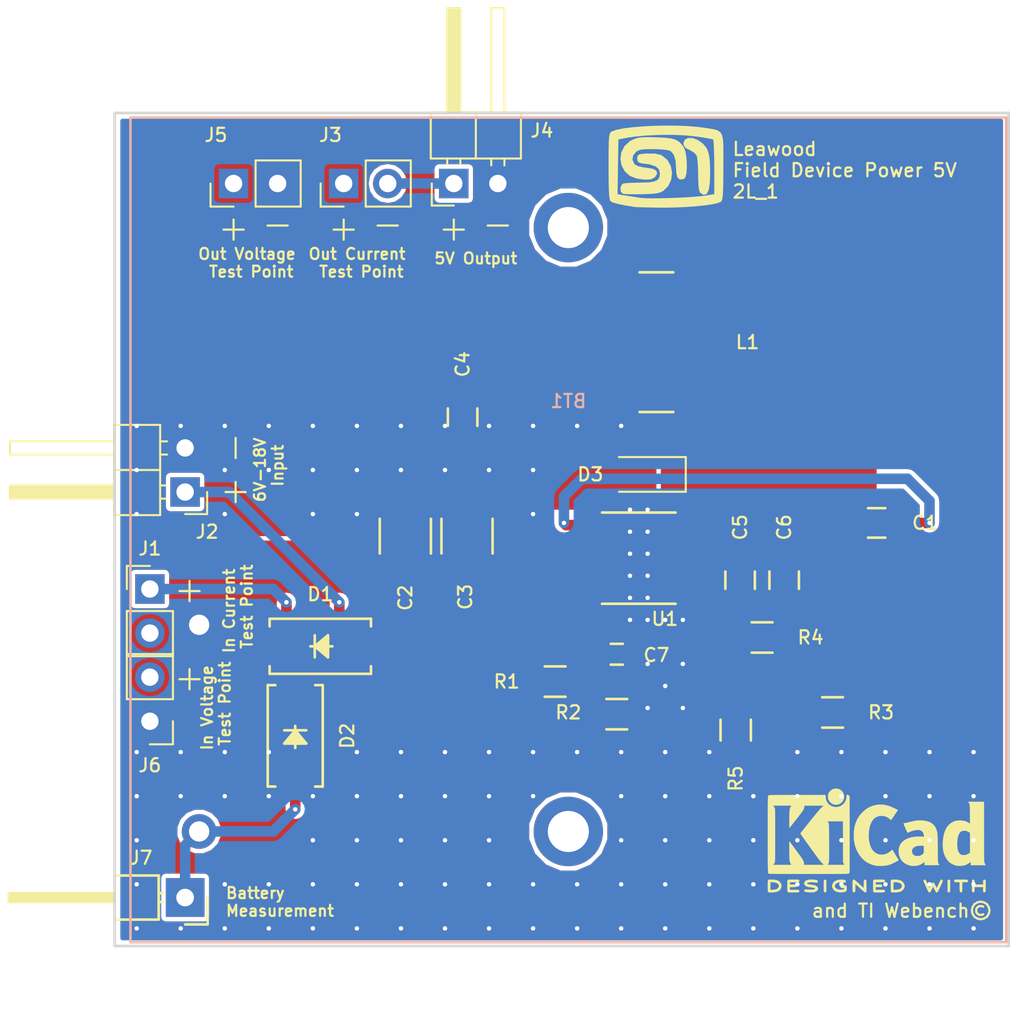
<source format=kicad_pcb>
(kicad_pcb (version 4) (host pcbnew 4.0.7)
  (layers (0 F.Cu signal) (31 B.Cu signal) (34 B.Paste user) (35 F.Paste user) (36 B.SilkS user) (37 F.SilkS user) (38 B.Mask user) (39 F.Mask user) (44 Edge.Cuts user))
  (net 0 "")
  (net 1 GND)
  (net 2 /BATT)
  (net 3 /PH)
  (net 4 /BOOT)
  (net 5 /VIN)
  (net 6 /Vout)
  (net 7 /COMP)
  (net 8 "Net-(C6-Pad1)")
  (net 9 /SS)
  (net 10 /V+)
  (net 11 "Net-(D1-Pad2)")
  (net 12 /EN)
  (net 13 /VSENSE)
  (net 14 /V5+)
  (module FieldDevice_Power_5V:STITCH_VIA (layer F.Cu) (at 95.758 77.216)
    (fp_text reference ST** hide)
    (fp_text value STITCH_VIA hide)
    (pad 1 thru_hole circle (at 0 0) (size 0.508 0.508) (drill 0.254) (layers *.Cu) (net 1 GND))
  )
  (module FieldDevice_Power_5V:STITCH_VIA (layer F.Cu) (at 94.742 78.486)
    (fp_text reference ST** hide)
    (fp_text value STITCH_VIA hide)
    (pad 1 thru_hole circle (at 0 0) (size 0.508 0.508) (drill 0.254) (layers *.Cu) (net 1 GND))
  )
  (module FieldDevice_Power_5V:STITCH_VIA (layer F.Cu) (at 96.774 78.486)
    (fp_text reference ST** hide)
    (fp_text value STITCH_VIA hide)
    (pad 1 thru_hole circle (at 0 0) (size 0.508 0.508) (drill 0.254) (layers *.Cu) (net 1 GND))
  )
  (module FieldDevice_Power_5V:STITCH_VIA (layer F.Cu) (at 96.774 75.946)
    (fp_text reference ST** hide)
    (fp_text value STITCH_VIA hide)
    (pad 1 thru_hole circle (at 0 0) (size 0.508 0.508) (drill 0.254) (layers *.Cu) (net 1 GND))
  )
  (module FieldDevice_Power_5V:STITCH_VIA (layer F.Cu) (at 94.742 75.946)
    (fp_text reference ST** hide)
    (fp_text value STITCH_VIA hide)
    (pad 1 thru_hole circle (at 0 0) (size 0.508 0.508) (drill 0.254) (layers *.Cu) (net 1 GND))
  )
  (module FieldDevice_Power_5V:STITCH_VIA (layer F.Cu) (at 94.742 67.056)
    (fp_text reference ST** hide)
    (fp_text value STITCH_VIA hide)
    (pad 1 thru_hole circle (at 0 0) (size 0.508 0.508) (drill 0.254) (layers *.Cu) (net 1 GND))
  )
  (module FieldDevice_Power_5V:STITCH_VIA (layer F.Cu) (at 93.726 67.056)
    (fp_text reference ST** hide)
    (fp_text value STITCH_VIA hide)
    (pad 1 thru_hole circle (at 0 0) (size 0.508 0.508) (drill 0.254) (layers *.Cu) (net 1 GND))
  )
  (module FieldDevice_Power_5V:STITCH_VIA (layer F.Cu) (at 96.774 73.406)
    (fp_text reference ST** hide)
    (fp_text value STITCH_VIA hide)
    (pad 1 thru_hole circle (at 0 0) (size 0.508 0.508) (drill 0.254) (layers *.Cu) (net 1 GND))
  )
  (module FieldDevice_Power_5V:STITCH_VIA (layer F.Cu) (at 95.758 73.406)
    (fp_text reference ST** hide)
    (fp_text value STITCH_VIA hide)
    (pad 1 thru_hole circle (at 0 0) (size 0.508 0.508) (drill 0.254) (layers *.Cu) (net 1 GND))
  )
  (module FieldDevice_Power_5V:STITCH_VIA (layer F.Cu) (at 94.742 73.406)
    (fp_text reference ST** hide)
    (fp_text value STITCH_VIA hide)
    (pad 1 thru_hole circle (at 0 0) (size 0.508 0.508) (drill 0.254) (layers *.Cu) (net 1 GND))
  )
  (module FieldDevice_Power_5V:STITCH_VIA (layer F.Cu) (at 94.742 72.136)
    (fp_text reference ST** hide)
    (fp_text value STITCH_VIA hide)
    (pad 1 thru_hole circle (at 0 0) (size 0.508 0.508) (drill 0.254) (layers *.Cu) (net 1 GND))
  )
  (module FieldDevice_Power_5V:STITCH_VIA (layer F.Cu) (at 94.742 70.866)
    (fp_text reference ST** hide)
    (fp_text value STITCH_VIA hide)
    (pad 1 thru_hole circle (at 0 0) (size 0.508 0.508) (drill 0.254) (layers *.Cu) (net 1 GND))
  )
  (module FieldDevice_Power_5V:STITCH_VIA (layer F.Cu) (at 94.742 69.596)
    (fp_text reference ST** hide)
    (fp_text value STITCH_VIA hide)
    (pad 1 thru_hole circle (at 0 0) (size 0.508 0.508) (drill 0.254) (layers *.Cu) (net 1 GND))
  )
  (module FieldDevice_Power_5V:STITCH_VIA (layer F.Cu) (at 93.726 73.406)
    (fp_text reference ST** hide)
    (fp_text value STITCH_VIA hide)
    (pad 1 thru_hole circle (at 0 0) (size 0.508 0.508) (drill 0.254) (layers *.Cu) (net 1 GND))
  )
  (module FieldDevice_Power_5V:STITCH_VIA (layer F.Cu) (at 93.726 72.136)
    (fp_text reference ST** hide)
    (fp_text value STITCH_VIA hide)
    (pad 1 thru_hole circle (at 0 0) (size 0.508 0.508) (drill 0.254) (layers *.Cu) (net 1 GND))
  )
  (module FieldDevice_Power_5V:STITCH_VIA (layer F.Cu) (at 93.726 70.866)
    (fp_text reference ST** hide)
    (fp_text value STITCH_VIA hide)
    (pad 1 thru_hole circle (at 0 0) (size 0.508 0.508) (drill 0.254) (layers *.Cu) (net 1 GND))
  )
  (module FieldDevice_Power_5V:STITCH_VIA (layer F.Cu) (at 93.726 69.596)
    (fp_text reference ST** hide)
    (fp_text value STITCH_VIA hide)
    (pad 1 thru_hole circle (at 0 0) (size 0.508 0.508) (drill 0.254) (layers *.Cu) (net 1 GND))
  )
  (module FieldDevice_Power_5V:STITCH_VIA (layer F.Cu) (at 94.742 68.326)
    (fp_text reference ST** hide)
    (fp_text value STITCH_VIA hide)
    (pad 1 thru_hole circle (at 0 0) (size 0.508 0.508) (drill 0.254) (layers *.Cu) (net 1 GND))
  )
  (module FieldDevice_Power_5V:STITCH_VIA (layer F.Cu) (at 93.726 68.326)
    (fp_text reference ST** hide)
    (fp_text value STITCH_VIA hide)
    (pad 1 thru_hole circle (at 0 0) (size 0.508 0.508) (drill 0.254) (layers *.Cu) (net 1 GND))
  )
  (module FieldDevice_Power_5V:STITCH_VIA (layer F.Cu) (at 113.538 91.186)
    (fp_text reference ST** hide)
    (fp_text value STITCH_VIA hide)
    (pad 1 thru_hole circle (at 0 0) (size 0.508 0.508) (drill 0.254) (layers *.Cu) (net 1 GND))
  )
  (module FieldDevice_Power_5V:STITCH_VIA (layer F.Cu) (at 110.998 91.186)
    (fp_text reference ST** hide)
    (fp_text value STITCH_VIA hide)
    (pad 1 thru_hole circle (at 0 0) (size 0.508 0.508) (drill 0.254) (layers *.Cu) (net 1 GND))
  )
  (module FieldDevice_Power_5V:STITCH_VIA (layer F.Cu) (at 108.458 91.186)
    (fp_text reference ST** hide)
    (fp_text value STITCH_VIA hide)
    (pad 1 thru_hole circle (at 0 0) (size 0.508 0.508) (drill 0.254) (layers *.Cu) (net 1 GND))
  )
  (module FieldDevice_Power_5V:STITCH_VIA (layer F.Cu) (at 105.918 91.186)
    (fp_text reference ST** hide)
    (fp_text value STITCH_VIA hide)
    (pad 1 thru_hole circle (at 0 0) (size 0.508 0.508) (drill 0.254) (layers *.Cu) (net 1 GND))
  )
  (module FieldDevice_Power_5V:STITCH_VIA (layer F.Cu) (at 103.378 91.186)
    (fp_text reference ST** hide)
    (fp_text value STITCH_VIA hide)
    (pad 1 thru_hole circle (at 0 0) (size 0.508 0.508) (drill 0.254) (layers *.Cu) (net 1 GND))
  )
  (module FieldDevice_Power_5V:STITCH_VIA (layer F.Cu) (at 100.838 91.186)
    (fp_text reference ST** hide)
    (fp_text value STITCH_VIA hide)
    (pad 1 thru_hole circle (at 0 0) (size 0.508 0.508) (drill 0.254) (layers *.Cu) (net 1 GND))
  )
  (module FieldDevice_Power_5V:STITCH_VIA (layer F.Cu) (at 98.298 91.186)
    (fp_text reference ST** hide)
    (fp_text value STITCH_VIA hide)
    (pad 1 thru_hole circle (at 0 0) (size 0.508 0.508) (drill 0.254) (layers *.Cu) (net 1 GND))
  )
  (module FieldDevice_Power_5V:STITCH_VIA (layer F.Cu) (at 95.758 91.186)
    (fp_text reference ST** hide)
    (fp_text value STITCH_VIA hide)
    (pad 1 thru_hole circle (at 0 0) (size 0.508 0.508) (drill 0.254) (layers *.Cu) (net 1 GND))
  )
  (module FieldDevice_Power_5V:STITCH_VIA (layer F.Cu) (at 93.218 91.186)
    (fp_text reference ST** hide)
    (fp_text value STITCH_VIA hide)
    (pad 1 thru_hole circle (at 0 0) (size 0.508 0.508) (drill 0.254) (layers *.Cu) (net 1 GND))
  )
  (module FieldDevice_Power_5V:STITCH_VIA (layer F.Cu) (at 90.678 91.186)
    (fp_text reference ST** hide)
    (fp_text value STITCH_VIA hide)
    (pad 1 thru_hole circle (at 0 0) (size 0.508 0.508) (drill 0.254) (layers *.Cu) (net 1 GND))
  )
  (module FieldDevice_Power_5V:STITCH_VIA (layer F.Cu) (at 88.138 91.186)
    (fp_text reference ST** hide)
    (fp_text value STITCH_VIA hide)
    (pad 1 thru_hole circle (at 0 0) (size 0.508 0.508) (drill 0.254) (layers *.Cu) (net 1 GND))
  )
  (module FieldDevice_Power_5V:STITCH_VIA (layer F.Cu) (at 85.598 91.186)
    (fp_text reference ST** hide)
    (fp_text value STITCH_VIA hide)
    (pad 1 thru_hole circle (at 0 0) (size 0.508 0.508) (drill 0.254) (layers *.Cu) (net 1 GND))
  )
  (module FieldDevice_Power_5V:STITCH_VIA (layer F.Cu) (at 83.058 91.186)
    (fp_text reference ST** hide)
    (fp_text value STITCH_VIA hide)
    (pad 1 thru_hole circle (at 0 0) (size 0.508 0.508) (drill 0.254) (layers *.Cu) (net 1 GND))
  )
  (module FieldDevice_Power_5V:STITCH_VIA (layer F.Cu) (at 80.518 91.186)
    (fp_text reference ST** hide)
    (fp_text value STITCH_VIA hide)
    (pad 1 thru_hole circle (at 0 0) (size 0.508 0.508) (drill 0.254) (layers *.Cu) (net 1 GND))
  )
  (module FieldDevice_Power_5V:STITCH_VIA (layer F.Cu) (at 77.978 91.186)
    (fp_text reference ST** hide)
    (fp_text value STITCH_VIA hide)
    (pad 1 thru_hole circle (at 0 0) (size 0.508 0.508) (drill 0.254) (layers *.Cu) (net 1 GND))
  )
  (module FieldDevice_Power_5V:STITCH_VIA (layer F.Cu) (at 75.438 91.186)
    (fp_text reference ST** hide)
    (fp_text value STITCH_VIA hide)
    (pad 1 thru_hole circle (at 0 0) (size 0.508 0.508) (drill 0.254) (layers *.Cu) (net 1 GND))
  )
  (module FieldDevice_Power_5V:STITCH_VIA (layer F.Cu) (at 72.898 91.186)
    (fp_text reference ST** hide)
    (fp_text value STITCH_VIA hide)
    (pad 1 thru_hole circle (at 0 0) (size 0.508 0.508) (drill 0.254) (layers *.Cu) (net 1 GND))
  )
  (module FieldDevice_Power_5V:STITCH_VIA (layer F.Cu) (at 70.358 91.186)
    (fp_text reference ST** hide)
    (fp_text value STITCH_VIA hide)
    (pad 1 thru_hole circle (at 0 0) (size 0.508 0.508) (drill 0.254) (layers *.Cu) (net 1 GND))
  )
  (module FieldDevice_Power_5V:STITCH_VIA (layer F.Cu) (at 67.818 91.186)
    (fp_text reference ST** hide)
    (fp_text value STITCH_VIA hide)
    (pad 1 thru_hole circle (at 0 0) (size 0.508 0.508) (drill 0.254) (layers *.Cu) (net 1 GND))
  )
  (module FieldDevice_Power_5V:STITCH_VIA (layer F.Cu) (at 65.278 91.186)
    (fp_text reference ST** hide)
    (fp_text value STITCH_VIA hide)
    (pad 1 thru_hole circle (at 0 0) (size 0.508 0.508) (drill 0.254) (layers *.Cu) (net 1 GND))
  )
  (module FieldDevice_Power_5V:STITCH_VIA (layer F.Cu) (at 113.538 88.646)
    (fp_text reference ST** hide)
    (fp_text value STITCH_VIA hide)
    (pad 1 thru_hole circle (at 0 0) (size 0.508 0.508) (drill 0.254) (layers *.Cu) (net 1 GND))
  )
  (module FieldDevice_Power_5V:STITCH_VIA (layer F.Cu) (at 110.998 88.646)
    (fp_text reference ST** hide)
    (fp_text value STITCH_VIA hide)
    (pad 1 thru_hole circle (at 0 0) (size 0.508 0.508) (drill 0.254) (layers *.Cu) (net 1 GND))
  )
  (module FieldDevice_Power_5V:STITCH_VIA (layer F.Cu) (at 108.458 88.646)
    (fp_text reference ST** hide)
    (fp_text value STITCH_VIA hide)
    (pad 1 thru_hole circle (at 0 0) (size 0.508 0.508) (drill 0.254) (layers *.Cu) (net 1 GND))
  )
  (module FieldDevice_Power_5V:STITCH_VIA (layer F.Cu) (at 105.918 88.646)
    (fp_text reference ST** hide)
    (fp_text value STITCH_VIA hide)
    (pad 1 thru_hole circle (at 0 0) (size 0.508 0.508) (drill 0.254) (layers *.Cu) (net 1 GND))
  )
  (module FieldDevice_Power_5V:STITCH_VIA (layer F.Cu) (at 103.378 88.646)
    (fp_text reference ST** hide)
    (fp_text value STITCH_VIA hide)
    (pad 1 thru_hole circle (at 0 0) (size 0.508 0.508) (drill 0.254) (layers *.Cu) (net 1 GND))
  )
  (module FieldDevice_Power_5V:STITCH_VIA (layer F.Cu) (at 100.838 88.646)
    (fp_text reference ST** hide)
    (fp_text value STITCH_VIA hide)
    (pad 1 thru_hole circle (at 0 0) (size 0.508 0.508) (drill 0.254) (layers *.Cu) (net 1 GND))
  )
  (module FieldDevice_Power_5V:STITCH_VIA (layer F.Cu) (at 98.298 88.646)
    (fp_text reference ST** hide)
    (fp_text value STITCH_VIA hide)
    (pad 1 thru_hole circle (at 0 0) (size 0.508 0.508) (drill 0.254) (layers *.Cu) (net 1 GND))
  )
  (module FieldDevice_Power_5V:STITCH_VIA (layer F.Cu) (at 95.758 88.646)
    (fp_text reference ST** hide)
    (fp_text value STITCH_VIA hide)
    (pad 1 thru_hole circle (at 0 0) (size 0.508 0.508) (drill 0.254) (layers *.Cu) (net 1 GND))
  )
  (module FieldDevice_Power_5V:STITCH_VIA (layer F.Cu) (at 93.218 88.646)
    (fp_text reference ST** hide)
    (fp_text value STITCH_VIA hide)
    (pad 1 thru_hole circle (at 0 0) (size 0.508 0.508) (drill 0.254) (layers *.Cu) (net 1 GND))
  )
  (module FieldDevice_Power_5V:STITCH_VIA (layer F.Cu) (at 90.678 88.646)
    (fp_text reference ST** hide)
    (fp_text value STITCH_VIA hide)
    (pad 1 thru_hole circle (at 0 0) (size 0.508 0.508) (drill 0.254) (layers *.Cu) (net 1 GND))
  )
  (module FieldDevice_Power_5V:STITCH_VIA (layer F.Cu) (at 88.138 88.646)
    (fp_text reference ST** hide)
    (fp_text value STITCH_VIA hide)
    (pad 1 thru_hole circle (at 0 0) (size 0.508 0.508) (drill 0.254) (layers *.Cu) (net 1 GND))
  )
  (module FieldDevice_Power_5V:STITCH_VIA (layer F.Cu) (at 85.598 88.646)
    (fp_text reference ST** hide)
    (fp_text value STITCH_VIA hide)
    (pad 1 thru_hole circle (at 0 0) (size 0.508 0.508) (drill 0.254) (layers *.Cu) (net 1 GND))
  )
  (module FieldDevice_Power_5V:STITCH_VIA (layer F.Cu) (at 83.058 88.646)
    (fp_text reference ST** hide)
    (fp_text value STITCH_VIA hide)
    (pad 1 thru_hole circle (at 0 0) (size 0.508 0.508) (drill 0.254) (layers *.Cu) (net 1 GND))
  )
  (module FieldDevice_Power_5V:STITCH_VIA (layer F.Cu) (at 80.518 88.646)
    (fp_text reference ST** hide)
    (fp_text value STITCH_VIA hide)
    (pad 1 thru_hole circle (at 0 0) (size 0.508 0.508) (drill 0.254) (layers *.Cu) (net 1 GND))
  )
  (module FieldDevice_Power_5V:STITCH_VIA (layer F.Cu) (at 77.978 88.646)
    (fp_text reference ST** hide)
    (fp_text value STITCH_VIA hide)
    (pad 1 thru_hole circle (at 0 0) (size 0.508 0.508) (drill 0.254) (layers *.Cu) (net 1 GND))
  )
  (module FieldDevice_Power_5V:STITCH_VIA (layer F.Cu) (at 75.438 88.646)
    (fp_text reference ST** hide)
    (fp_text value STITCH_VIA hide)
    (pad 1 thru_hole circle (at 0 0) (size 0.508 0.508) (drill 0.254) (layers *.Cu) (net 1 GND))
  )
  (module FieldDevice_Power_5V:STITCH_VIA (layer F.Cu) (at 72.898 88.646)
    (fp_text reference ST** hide)
    (fp_text value STITCH_VIA hide)
    (pad 1 thru_hole circle (at 0 0) (size 0.508 0.508) (drill 0.254) (layers *.Cu) (net 1 GND))
  )
  (module FieldDevice_Power_5V:STITCH_VIA (layer F.Cu) (at 70.358 88.646)
    (fp_text reference ST** hide)
    (fp_text value STITCH_VIA hide)
    (pad 1 thru_hole circle (at 0 0) (size 0.508 0.508) (drill 0.254) (layers *.Cu) (net 1 GND))
  )
  (module FieldDevice_Power_5V:STITCH_VIA (layer F.Cu) (at 65.278 88.646)
    (fp_text reference ST** hide)
    (fp_text value STITCH_VIA hide)
    (pad 1 thru_hole circle (at 0 0) (size 0.508 0.508) (drill 0.254) (layers *.Cu) (net 1 GND))
  )
  (module FieldDevice_Power_5V:STITCH_VIA (layer F.Cu) (at 113.538 86.106)
    (fp_text reference ST** hide)
    (fp_text value STITCH_VIA hide)
    (pad 1 thru_hole circle (at 0 0) (size 0.508 0.508) (drill 0.254) (layers *.Cu) (net 1 GND))
  )
  (module FieldDevice_Power_5V:STITCH_VIA (layer F.Cu) (at 110.998 86.106)
    (fp_text reference ST** hide)
    (fp_text value STITCH_VIA hide)
    (pad 1 thru_hole circle (at 0 0) (size 0.508 0.508) (drill 0.254) (layers *.Cu) (net 1 GND))
  )
  (module FieldDevice_Power_5V:STITCH_VIA (layer F.Cu) (at 108.458 86.106)
    (fp_text reference ST** hide)
    (fp_text value STITCH_VIA hide)
    (pad 1 thru_hole circle (at 0 0) (size 0.508 0.508) (drill 0.254) (layers *.Cu) (net 1 GND))
  )
  (module FieldDevice_Power_5V:STITCH_VIA (layer F.Cu) (at 105.918 86.106)
    (fp_text reference ST** hide)
    (fp_text value STITCH_VIA hide)
    (pad 1 thru_hole circle (at 0 0) (size 0.508 0.508) (drill 0.254) (layers *.Cu) (net 1 GND))
  )
  (module FieldDevice_Power_5V:STITCH_VIA (layer F.Cu) (at 103.378 86.106)
    (fp_text reference ST** hide)
    (fp_text value STITCH_VIA hide)
    (pad 1 thru_hole circle (at 0 0) (size 0.508 0.508) (drill 0.254) (layers *.Cu) (net 1 GND))
  )
  (module FieldDevice_Power_5V:STITCH_VIA (layer F.Cu) (at 100.838 86.106)
    (fp_text reference ST** hide)
    (fp_text value STITCH_VIA hide)
    (pad 1 thru_hole circle (at 0 0) (size 0.508 0.508) (drill 0.254) (layers *.Cu) (net 1 GND))
  )
  (module FieldDevice_Power_5V:STITCH_VIA (layer F.Cu) (at 98.298 86.106)
    (fp_text reference ST** hide)
    (fp_text value STITCH_VIA hide)
    (pad 1 thru_hole circle (at 0 0) (size 0.508 0.508) (drill 0.254) (layers *.Cu) (net 1 GND))
  )
  (module FieldDevice_Power_5V:STITCH_VIA (layer F.Cu) (at 95.758 86.106)
    (fp_text reference ST** hide)
    (fp_text value STITCH_VIA hide)
    (pad 1 thru_hole circle (at 0 0) (size 0.508 0.508) (drill 0.254) (layers *.Cu) (net 1 GND))
  )
  (module FieldDevice_Power_5V:STITCH_VIA (layer F.Cu) (at 93.218 86.106)
    (fp_text reference ST** hide)
    (fp_text value STITCH_VIA hide)
    (pad 1 thru_hole circle (at 0 0) (size 0.508 0.508) (drill 0.254) (layers *.Cu) (net 1 GND))
  )
  (module FieldDevice_Power_5V:STITCH_VIA (layer F.Cu) (at 85.598 86.106)
    (fp_text reference ST** hide)
    (fp_text value STITCH_VIA hide)
    (pad 1 thru_hole circle (at 0 0) (size 0.508 0.508) (drill 0.254) (layers *.Cu) (net 1 GND))
  )
  (module FieldDevice_Power_5V:STITCH_VIA (layer F.Cu) (at 83.058 86.106)
    (fp_text reference ST** hide)
    (fp_text value STITCH_VIA hide)
    (pad 1 thru_hole circle (at 0 0) (size 0.508 0.508) (drill 0.254) (layers *.Cu) (net 1 GND))
  )
  (module FieldDevice_Power_5V:STITCH_VIA (layer F.Cu) (at 80.518 86.106)
    (fp_text reference ST** hide)
    (fp_text value STITCH_VIA hide)
    (pad 1 thru_hole circle (at 0 0) (size 0.508 0.508) (drill 0.254) (layers *.Cu) (net 1 GND))
  )
  (module FieldDevice_Power_5V:STITCH_VIA (layer F.Cu) (at 77.978 86.106)
    (fp_text reference ST** hide)
    (fp_text value STITCH_VIA hide)
    (pad 1 thru_hole circle (at 0 0) (size 0.508 0.508) (drill 0.254) (layers *.Cu) (net 1 GND))
  )
  (module FieldDevice_Power_5V:STITCH_VIA (layer F.Cu) (at 75.438 86.106)
    (fp_text reference ST** hide)
    (fp_text value STITCH_VIA hide)
    (pad 1 thru_hole circle (at 0 0) (size 0.508 0.508) (drill 0.254) (layers *.Cu) (net 1 GND))
  )
  (module FieldDevice_Power_5V:STITCH_VIA (layer F.Cu) (at 65.278 86.106)
    (fp_text reference ST** hide)
    (fp_text value STITCH_VIA hide)
    (pad 1 thru_hole circle (at 0 0) (size 0.508 0.508) (drill 0.254) (layers *.Cu) (net 1 GND))
  )
  (module FieldDevice_Power_5V:STITCH_VIA (layer F.Cu) (at 113.538 83.566)
    (fp_text reference ST** hide)
    (fp_text value STITCH_VIA hide)
    (pad 1 thru_hole circle (at 0 0) (size 0.508 0.508) (drill 0.254) (layers *.Cu) (net 1 GND))
  )
  (module FieldDevice_Power_5V:STITCH_VIA (layer F.Cu) (at 110.998 83.566)
    (fp_text reference ST** hide)
    (fp_text value STITCH_VIA hide)
    (pad 1 thru_hole circle (at 0 0) (size 0.508 0.508) (drill 0.254) (layers *.Cu) (net 1 GND))
  )
  (module FieldDevice_Power_5V:STITCH_VIA (layer F.Cu) (at 108.458 83.566)
    (fp_text reference ST** hide)
    (fp_text value STITCH_VIA hide)
    (pad 1 thru_hole circle (at 0 0) (size 0.508 0.508) (drill 0.254) (layers *.Cu) (net 1 GND))
  )
  (module FieldDevice_Power_5V:STITCH_VIA (layer F.Cu) (at 105.918 83.566)
    (fp_text reference ST** hide)
    (fp_text value STITCH_VIA hide)
    (pad 1 thru_hole circle (at 0 0) (size 0.508 0.508) (drill 0.254) (layers *.Cu) (net 1 GND))
  )
  (module FieldDevice_Power_5V:STITCH_VIA (layer F.Cu) (at 103.378 83.566)
    (fp_text reference ST** hide)
    (fp_text value STITCH_VIA hide)
    (pad 1 thru_hole circle (at 0 0) (size 0.508 0.508) (drill 0.254) (layers *.Cu) (net 1 GND))
  )
  (module FieldDevice_Power_5V:STITCH_VIA (layer F.Cu) (at 100.838 83.566)
    (fp_text reference ST** hide)
    (fp_text value STITCH_VIA hide)
    (pad 1 thru_hole circle (at 0 0) (size 0.508 0.508) (drill 0.254) (layers *.Cu) (net 1 GND))
  )
  (module FieldDevice_Power_5V:STITCH_VIA (layer F.Cu) (at 98.298 83.566)
    (fp_text reference ST** hide)
    (fp_text value STITCH_VIA hide)
    (pad 1 thru_hole circle (at 0 0) (size 0.508 0.508) (drill 0.254) (layers *.Cu) (net 1 GND))
  )
  (module FieldDevice_Power_5V:STITCH_VIA (layer F.Cu) (at 95.758 83.566)
    (fp_text reference ST** hide)
    (fp_text value STITCH_VIA hide)
    (pad 1 thru_hole circle (at 0 0) (size 0.508 0.508) (drill 0.254) (layers *.Cu) (net 1 GND))
  )
  (module FieldDevice_Power_5V:STITCH_VIA (layer F.Cu) (at 93.218 83.566)
    (fp_text reference ST** hide)
    (fp_text value STITCH_VIA hide)
    (pad 1 thru_hole circle (at 0 0) (size 0.508 0.508) (drill 0.254) (layers *.Cu) (net 1 GND))
  )
  (module FieldDevice_Power_5V:STITCH_VIA (layer F.Cu) (at 88.138 83.566)
    (fp_text reference ST** hide)
    (fp_text value STITCH_VIA hide)
    (pad 1 thru_hole circle (at 0 0) (size 0.508 0.508) (drill 0.254) (layers *.Cu) (net 1 GND))
  )
  (module FieldDevice_Power_5V:STITCH_VIA (layer F.Cu) (at 85.598 83.566)
    (fp_text reference ST** hide)
    (fp_text value STITCH_VIA hide)
    (pad 1 thru_hole circle (at 0 0) (size 0.508 0.508) (drill 0.254) (layers *.Cu) (net 1 GND))
  )
  (module FieldDevice_Power_5V:STITCH_VIA (layer F.Cu) (at 83.058 83.566)
    (fp_text reference ST** hide)
    (fp_text value STITCH_VIA hide)
    (pad 1 thru_hole circle (at 0 0) (size 0.508 0.508) (drill 0.254) (layers *.Cu) (net 1 GND))
  )
  (module FieldDevice_Power_5V:STITCH_VIA (layer F.Cu) (at 80.518 83.566)
    (fp_text reference ST** hide)
    (fp_text value STITCH_VIA hide)
    (pad 1 thru_hole circle (at 0 0) (size 0.508 0.508) (drill 0.254) (layers *.Cu) (net 1 GND))
  )
  (module FieldDevice_Power_5V:STITCH_VIA (layer F.Cu) (at 77.978 83.566)
    (fp_text reference ST** hide)
    (fp_text value STITCH_VIA hide)
    (pad 1 thru_hole circle (at 0 0) (size 0.508 0.508) (drill 0.254) (layers *.Cu) (net 1 GND))
  )
  (module FieldDevice_Power_5V:STITCH_VIA (layer F.Cu) (at 75.438 83.566)
    (fp_text reference ST** hide)
    (fp_text value STITCH_VIA hide)
    (pad 1 thru_hole circle (at 0 0) (size 0.508 0.508) (drill 0.254) (layers *.Cu) (net 1 GND))
  )
  (module FieldDevice_Power_5V:STITCH_VIA (layer F.Cu) (at 72.898 83.566)
    (fp_text reference ST** hide)
    (fp_text value STITCH_VIA hide)
    (pad 1 thru_hole circle (at 0 0) (size 0.508 0.508) (drill 0.254) (layers *.Cu) (net 1 GND))
  )
  (module FieldDevice_Power_5V:STITCH_VIA (layer F.Cu) (at 70.358 83.566)
    (fp_text reference ST** hide)
    (fp_text value STITCH_VIA hide)
    (pad 1 thru_hole circle (at 0 0) (size 0.508 0.508) (drill 0.254) (layers *.Cu) (net 1 GND))
  )
  (module FieldDevice_Power_5V:STITCH_VIA (layer F.Cu) (at 67.818 83.566)
    (fp_text reference ST** hide)
    (fp_text value STITCH_VIA hide)
    (pad 1 thru_hole circle (at 0 0) (size 0.508 0.508) (drill 0.254) (layers *.Cu) (net 1 GND))
  )
  (module FieldDevice_Power_5V:STITCH_VIA (layer F.Cu) (at 65.278 83.566)
    (fp_text reference ST** hide)
    (fp_text value STITCH_VIA hide)
    (pad 1 thru_hole circle (at 0 0) (size 0.508 0.508) (drill 0.254) (layers *.Cu) (net 1 GND))
  )
  (module FieldDevice_Power_5V:STITCH_VIA (layer F.Cu) (at 113.538 81.026)
    (fp_text reference ST** hide)
    (fp_text value STITCH_VIA hide)
    (pad 1 thru_hole circle (at 0 0) (size 0.508 0.508) (drill 0.254) (layers *.Cu) (net 1 GND))
  )
  (module FieldDevice_Power_5V:STITCH_VIA (layer F.Cu) (at 110.998 81.026)
    (fp_text reference ST** hide)
    (fp_text value STITCH_VIA hide)
    (pad 1 thru_hole circle (at 0 0) (size 0.508 0.508) (drill 0.254) (layers *.Cu) (net 1 GND))
  )
  (module FieldDevice_Power_5V:STITCH_VIA (layer F.Cu) (at 108.458 81.026)
    (fp_text reference ST** hide)
    (fp_text value STITCH_VIA hide)
    (pad 1 thru_hole circle (at 0 0) (size 0.508 0.508) (drill 0.254) (layers *.Cu) (net 1 GND))
  )
  (module FieldDevice_Power_5V:STITCH_VIA (layer F.Cu) (at 105.918 81.026)
    (fp_text reference ST** hide)
    (fp_text value STITCH_VIA hide)
    (pad 1 thru_hole circle (at 0 0) (size 0.508 0.508) (drill 0.254) (layers *.Cu) (net 1 GND))
  )
  (module FieldDevice_Power_5V:STITCH_VIA (layer F.Cu) (at 103.378 81.026)
    (fp_text reference ST** hide)
    (fp_text value STITCH_VIA hide)
    (pad 1 thru_hole circle (at 0 0) (size 0.508 0.508) (drill 0.254) (layers *.Cu) (net 1 GND))
  )
  (module FieldDevice_Power_5V:STITCH_VIA (layer F.Cu) (at 98.298 81.026)
    (fp_text reference ST** hide)
    (fp_text value STITCH_VIA hide)
    (pad 1 thru_hole circle (at 0 0) (size 0.508 0.508) (drill 0.254) (layers *.Cu) (net 1 GND))
  )
  (module FieldDevice_Power_5V:STITCH_VIA (layer F.Cu) (at 95.758 81.026)
    (fp_text reference ST** hide)
    (fp_text value STITCH_VIA hide)
    (pad 1 thru_hole circle (at 0 0) (size 0.508 0.508) (drill 0.254) (layers *.Cu) (net 1 GND))
  )
  (module FieldDevice_Power_5V:STITCH_VIA (layer F.Cu) (at 93.218 81.026)
    (fp_text reference ST** hide)
    (fp_text value STITCH_VIA hide)
    (pad 1 thru_hole circle (at 0 0) (size 0.508 0.508) (drill 0.254) (layers *.Cu) (net 1 GND))
  )
  (module FieldDevice_Power_5V:STITCH_VIA (layer F.Cu) (at 90.678 81.026)
    (fp_text reference ST** hide)
    (fp_text value STITCH_VIA hide)
    (pad 1 thru_hole circle (at 0 0) (size 0.508 0.508) (drill 0.254) (layers *.Cu) (net 1 GND))
  )
  (module FieldDevice_Power_5V:STITCH_VIA (layer F.Cu) (at 88.138 81.026)
    (fp_text reference ST** hide)
    (fp_text value STITCH_VIA hide)
    (pad 1 thru_hole circle (at 0 0) (size 0.508 0.508) (drill 0.254) (layers *.Cu) (net 1 GND))
  )
  (module FieldDevice_Power_5V:STITCH_VIA (layer F.Cu) (at 85.598 81.026)
    (fp_text reference ST** hide)
    (fp_text value STITCH_VIA hide)
    (pad 1 thru_hole circle (at 0 0) (size 0.508 0.508) (drill 0.254) (layers *.Cu) (net 1 GND))
  )
  (module FieldDevice_Power_5V:STITCH_VIA (layer F.Cu) (at 83.058 81.026)
    (fp_text reference ST** hide)
    (fp_text value STITCH_VIA hide)
    (pad 1 thru_hole circle (at 0 0) (size 0.508 0.508) (drill 0.254) (layers *.Cu) (net 1 GND))
  )
  (module FieldDevice_Power_5V:STITCH_VIA (layer F.Cu) (at 80.518 81.026)
    (fp_text reference ST** hide)
    (fp_text value STITCH_VIA hide)
    (pad 1 thru_hole circle (at 0 0) (size 0.508 0.508) (drill 0.254) (layers *.Cu) (net 1 GND))
  )
  (module FieldDevice_Power_5V:STITCH_VIA (layer F.Cu) (at 77.978 81.026)
    (fp_text reference ST** hide)
    (fp_text value STITCH_VIA hide)
    (pad 1 thru_hole circle (at 0 0) (size 0.508 0.508) (drill 0.254) (layers *.Cu) (net 1 GND))
  )
  (module FieldDevice_Power_5V:STITCH_VIA (layer F.Cu) (at 72.898 81.026)
    (fp_text reference ST** hide)
    (fp_text value STITCH_VIA hide)
    (pad 1 thru_hole circle (at 0 0) (size 0.508 0.508) (drill 0.254) (layers *.Cu) (net 1 GND))
  )
  (module FieldDevice_Power_5V:STITCH_VIA (layer F.Cu) (at 70.358 81.026)
    (fp_text reference ST** hide)
    (fp_text value STITCH_VIA hide)
    (pad 1 thru_hole circle (at 0 0) (size 0.508 0.508) (drill 0.254) (layers *.Cu) (net 1 GND))
  )
  (module FieldDevice_Power_5V:STITCH_VIA (layer F.Cu) (at 67.818 81.026)
    (fp_text reference ST** hide)
    (fp_text value STITCH_VIA hide)
    (pad 1 thru_hole circle (at 0 0) (size 0.508 0.508) (drill 0.254) (layers *.Cu) (net 1 GND))
  )
  (module FieldDevice_Power_5V:STITCH_VIA (layer F.Cu) (at 65.278 81.026)
    (fp_text reference ST** hide)
    (fp_text value STITCH_VIA hide)
    (pad 1 thru_hole circle (at 0 0) (size 0.508 0.508) (drill 0.254) (layers *.Cu) (net 1 GND))
  )
  (module FieldDevice_Power_5V:STITCH_VIA (layer F.Cu) (at 88.138 67.31)
    (fp_text reference ST** hide)
    (fp_text value STITCH_VIA hide)
    (pad 1 thru_hole circle (at 0 0) (size 0.508 0.508) (drill 0.254) (layers *.Cu) (net 1 GND))
  )
  (module FieldDevice_Power_5V:STITCH_VIA (layer F.Cu) (at 77.978 67.31)
    (fp_text reference ST** hide)
    (fp_text value STITCH_VIA hide)
    (pad 1 thru_hole circle (at 0 0) (size 0.508 0.508) (drill 0.254) (layers *.Cu) (net 1 GND))
  )
  (module FieldDevice_Power_5V:STITCH_VIA (layer F.Cu) (at 75.438 67.31)
    (fp_text reference ST** hide)
    (fp_text value STITCH_VIA hide)
    (pad 1 thru_hole circle (at 0 0) (size 0.508 0.508) (drill 0.254) (layers *.Cu) (net 1 GND))
  )
  (module FieldDevice_Power_5V:STITCH_VIA (layer F.Cu) (at 70.358 67.31)
    (fp_text reference ST** hide)
    (fp_text value STITCH_VIA hide)
    (pad 1 thru_hole circle (at 0 0) (size 0.508 0.508) (drill 0.254) (layers *.Cu) (net 1 GND))
  )
  (module FieldDevice_Power_5V:STITCH_VIA (layer F.Cu) (at 65.278 67.31)
    (fp_text reference ST** hide)
    (fp_text value STITCH_VIA hide)
    (pad 1 thru_hole circle (at 0 0) (size 0.508 0.508) (drill 0.254) (layers *.Cu) (net 1 GND))
  )
  (module FieldDevice_Power_5V:STITCH_VIA (layer F.Cu) (at 88.138 64.77)
    (fp_text reference ST** hide)
    (fp_text value STITCH_VIA hide)
    (pad 1 thru_hole circle (at 0 0) (size 0.508 0.508) (drill 0.254) (layers *.Cu) (net 1 GND))
  )
  (module FieldDevice_Power_5V:STITCH_VIA (layer F.Cu) (at 85.598 64.77)
    (fp_text reference ST** hide)
    (fp_text value STITCH_VIA hide)
    (pad 1 thru_hole circle (at 0 0) (size 0.508 0.508) (drill 0.254) (layers *.Cu) (net 1 GND))
  )
  (module FieldDevice_Power_5V:STITCH_VIA (layer F.Cu) (at 83.058 64.77)
    (fp_text reference ST** hide)
    (fp_text value STITCH_VIA hide)
    (pad 1 thru_hole circle (at 0 0) (size 0.508 0.508) (drill 0.254) (layers *.Cu) (net 1 GND))
  )
  (module FieldDevice_Power_5V:STITCH_VIA (layer F.Cu) (at 80.518 64.77)
    (fp_text reference ST** hide)
    (fp_text value STITCH_VIA hide)
    (pad 1 thru_hole circle (at 0 0) (size 0.508 0.508) (drill 0.254) (layers *.Cu) (net 1 GND))
  )
  (module FieldDevice_Power_5V:STITCH_VIA (layer F.Cu) (at 77.978 64.77)
    (fp_text reference ST** hide)
    (fp_text value STITCH_VIA hide)
    (pad 1 thru_hole circle (at 0 0) (size 0.508 0.508) (drill 0.254) (layers *.Cu) (net 1 GND))
  )
  (module FieldDevice_Power_5V:STITCH_VIA (layer F.Cu) (at 75.438 64.77)
    (fp_text reference ST** hide)
    (fp_text value STITCH_VIA hide)
    (pad 1 thru_hole circle (at 0 0) (size 0.508 0.508) (drill 0.254) (layers *.Cu) (net 1 GND))
  )
  (module FieldDevice_Power_5V:STITCH_VIA (layer F.Cu) (at 72.898 64.77)
    (fp_text reference ST** hide)
    (fp_text value STITCH_VIA hide)
    (pad 1 thru_hole circle (at 0 0) (size 0.508 0.508) (drill 0.254) (layers *.Cu) (net 1 GND))
  )
  (module FieldDevice_Power_5V:STITCH_VIA (layer F.Cu) (at 70.358 64.77)
    (fp_text reference ST** hide)
    (fp_text value STITCH_VIA hide)
    (pad 1 thru_hole circle (at 0 0) (size 0.508 0.508) (drill 0.254) (layers *.Cu) (net 1 GND))
  )
  (module FieldDevice_Power_5V:STITCH_VIA (layer F.Cu) (at 65.278 64.77)
    (fp_text reference ST** hide)
    (fp_text value STITCH_VIA hide)
    (pad 1 thru_hole circle (at 0 0) (size 0.508 0.508) (drill 0.254) (layers *.Cu) (net 1 GND))
  )
  (module FieldDevice_Power_5V:STITCH_VIA (layer F.Cu) (at 93.218 62.23)
    (fp_text reference ST** hide)
    (fp_text value STITCH_VIA hide)
    (pad 1 thru_hole circle (at 0 0) (size 0.508 0.508) (drill 0.254) (layers *.Cu) (net 1 GND))
  )
  (module FieldDevice_Power_5V:STITCH_VIA (layer F.Cu) (at 90.678 62.23)
    (fp_text reference ST** hide)
    (fp_text value STITCH_VIA hide)
    (pad 1 thru_hole circle (at 0 0) (size 0.508 0.508) (drill 0.254) (layers *.Cu) (net 1 GND))
  )
  (module FieldDevice_Power_5V:STITCH_VIA (layer F.Cu) (at 88.138 62.23)
    (fp_text reference ST** hide)
    (fp_text value STITCH_VIA hide)
    (pad 1 thru_hole circle (at 0 0) (size 0.508 0.508) (drill 0.254) (layers *.Cu) (net 1 GND))
  )
  (module FieldDevice_Power_5V:STITCH_VIA (layer F.Cu) (at 85.598 62.23)
    (fp_text reference ST** hide)
    (fp_text value STITCH_VIA hide)
    (pad 1 thru_hole circle (at 0 0) (size 0.508 0.508) (drill 0.254) (layers *.Cu) (net 1 GND))
  )
  (module FieldDevice_Power_5V:STITCH_VIA (layer F.Cu) (at 83.058 62.23)
    (fp_text reference ST** hide)
    (fp_text value STITCH_VIA hide)
    (pad 1 thru_hole circle (at 0 0) (size 0.508 0.508) (drill 0.254) (layers *.Cu) (net 1 GND))
  )
  (module FieldDevice_Power_5V:STITCH_VIA (layer F.Cu) (at 80.518 62.23)
    (fp_text reference ST** hide)
    (fp_text value STITCH_VIA hide)
    (pad 1 thru_hole circle (at 0 0) (size 0.508 0.508) (drill 0.254) (layers *.Cu) (net 1 GND))
  )
  (module FieldDevice_Power_5V:STITCH_VIA (layer F.Cu) (at 77.978 62.23)
    (fp_text reference ST** hide)
    (fp_text value STITCH_VIA hide)
    (pad 1 thru_hole circle (at 0 0) (size 0.508 0.508) (drill 0.254) (layers *.Cu) (net 1 GND))
  )
  (module FieldDevice_Power_5V:STITCH_VIA (layer F.Cu) (at 75.438 62.23)
    (fp_text reference ST** hide)
    (fp_text value STITCH_VIA hide)
    (pad 1 thru_hole circle (at 0 0) (size 0.508 0.508) (drill 0.254) (layers *.Cu) (net 1 GND))
  )
  (module FieldDevice_Power_5V:STITCH_VIA (layer F.Cu) (at 72.898 62.23)
    (fp_text reference ST** hide)
    (fp_text value STITCH_VIA hide)
    (pad 1 thru_hole circle (at 0 0) (size 0.508 0.508) (drill 0.254) (layers *.Cu) (net 1 GND))
  )
  (module FieldDevice_Power_5V:STITCH_VIA (layer F.Cu) (at 70.358 62.23)
    (fp_text reference ST** hide)
    (fp_text value STITCH_VIA hide)
    (pad 1 thru_hole circle (at 0 0) (size 0.508 0.508) (drill 0.254) (layers *.Cu) (net 1 GND))
  )
  (module FieldDevice_Power_5V:STITCH_VIA (layer F.Cu) (at 67.818 62.23)
    (fp_text reference ST** hide)
    (fp_text value STITCH_VIA hide)
    (pad 1 thru_hole circle (at 0 0) (size 0.508 0.508) (drill 0.254) (layers *.Cu) (net 1 GND))
  )
  (module Capacitors_SMD:C_0805 (layer F.Cu) (at 107.95 67.818)
    (fp_text reference C1 (at 2.794 0) (layer F.SilkS) (effects (font (size 0.762 0.762) (thickness 0.127))))
    (fp_text value "100 nF")
    (pad 1 smd rect (at -1 0) (size 1 1.25) (layers F.Cu F.Paste F.Mask) (net 3 /PH))
    (pad 2 smd rect (at 1 0) (size 1 1.25) (layers F.Cu F.Paste F.Mask) (net 4 /BOOT))
  )
  (module Capacitors_SMD:C_1210 (layer F.Cu) (at 80.772 68.58 90)
    (fp_text reference C2 (at -3.556 0 90) (layer F.SilkS) (effects (font (size 0.762 0.762) (thickness 0.127))))
    (fp_text value "22.0 μF")
    (pad 1 smd rect (at -1.5 0 90) (size 1 2.5) (layers F.Cu F.Paste F.Mask) (net 5 /VIN))
    (pad 2 smd rect (at 1.5 0 90) (size 1 2.5) (layers F.Cu F.Paste F.Mask) (net 1 GND))
  )
  (module Capacitors_SMD:C_1210 (layer F.Cu) (at 84.328 68.58 90)
    (fp_text reference C3 (at -3.5052 -0.1016 90) (layer F.SilkS) (effects (font (size 0.762 0.762) (thickness 0.127))))
    (fp_text value "22.0 μF")
    (pad 1 smd rect (at -1.5 0 90) (size 1 2.5) (layers F.Cu F.Paste F.Mask) (net 5 /VIN))
    (pad 2 smd rect (at 1.5 0 90) (size 1 2.5) (layers F.Cu F.Paste F.Mask) (net 1 GND))
  )
  (module Capacitors_SMD:C_0805 (layer F.Cu) (at 84.074 61.722 270)
    (fp_text reference C4 (at -3.048 0 270) (layer F.SilkS) (effects (font (size 0.762 0.762) (thickness 0.127))))
    (fp_text value "47.0 μF")
    (pad 1 smd rect (at -1 0 270) (size 1 1.25) (layers F.Cu F.Paste F.Mask) (net 6 /Vout))
    (pad 2 smd rect (at 1 0 270) (size 1 1.25) (layers F.Cu F.Paste F.Mask) (net 1 GND))
  )
  (module Capacitors_SMD:C_0805 (layer F.Cu) (at 100.076 71.12 90)
    (fp_text reference C5 (at 3.048 0 90) (layer F.SilkS) (effects (font (size 0.762 0.762) (thickness 0.127))))
    (fp_text value "10 pF 50V")
    (pad 1 smd rect (at -1 0 90) (size 1 1.25) (layers F.Cu F.Paste F.Mask) (net 7 /COMP))
    (pad 2 smd rect (at 1 0 90) (size 1 1.25) (layers F.Cu F.Paste F.Mask) (net 1 GND))
  )
  (module Capacitors_SMD:C_0805 (layer F.Cu) (at 102.616 71.12 90)
    (fp_text reference C6 (at 3.048 0 90) (layer F.SilkS) (effects (font (size 0.762 0.762) (thickness 0.127))))
    (fp_text value "430 pF 50V")
    (pad 1 smd rect (at -1 0 90) (size 1 1.25) (layers F.Cu F.Paste F.Mask) (net 8 "Net-(C6-Pad1)"))
    (pad 2 smd rect (at 1 0 90) (size 1 1.25) (layers F.Cu F.Paste F.Mask) (net 1 GND))
  )
  (module Capacitors_SMD:C_0603 (layer F.Cu) (at 92.964 75.3872)
    (fp_text reference C7 (at 2.286 0.0508) (layer F.SilkS) (effects (font (size 0.762 0.762) (thickness 0.127))))
    (fp_text value "8.2 nF")
    (pad 1 smd rect (at -0.75 0) (size 0.8 0.75) (layers F.Cu F.Paste F.Mask) (net 9 /SS))
    (pad 2 smd rect (at 0.75 0) (size 0.8 0.75) (layers F.Cu F.Paste F.Mask) (net 1 GND))
  )
  (module Pin_Headers:Pin_Header_Angled_1x02_Pitch2.54mm (layer F.Cu) (at 68.072 66.04 180)
    (fp_text reference J2 (at -1.27 -2.286 180) (layer F.SilkS) (effects (font (size 0.762 0.762) (thickness 0.127))))
    (fp_text value "V in 6-18V")
    (pad 1 thru_hole rect (at 0 0 180) (size 1.7 1.7) (drill 1) (layers *.Cu *.Mask) (net 11 "Net-(D1-Pad2)"))
    (pad 2 thru_hole oval (at 0 2.54 180) (size 1.7 1.7) (drill 1) (layers *.Cu *.Mask) (net 1 GND))
  )
  (module Pin_Headers:Pin_Header_Angled_1x02_Pitch2.54mm (layer F.Cu) (at 83.566 48.26 90)
    (fp_text reference J4 (at 3.048 5.08 180) (layer F.SilkS) (effects (font (size 0.762 0.762) (thickness 0.127))))
    (fp_text value "V out 5V")
    (pad 1 thru_hole rect (at 0 0 90) (size 1.7 1.7) (drill 1) (layers *.Cu *.Mask) (net 14 /V5+))
    (pad 2 thru_hole oval (at 0 2.54 90) (size 1.7 1.7) (drill 1) (layers *.Cu *.Mask) (net 1 GND))
  )
  (module Resistors_SMD:R_0805 (layer F.Cu) (at 89.408 76.962)
    (fp_text reference R1 (at -2.794 0) (layer F.SilkS) (effects (font (size 0.762 0.762) (thickness 0.127))))
    (fp_text value "169 kΩ")
    (pad 1 smd rect (at -0.95 0) (size 0.7 1.3) (layers F.Cu F.Paste F.Mask) (net 5 /VIN))
    (pad 2 smd rect (at 0.95 0) (size 0.7 1.3) (layers F.Cu F.Paste F.Mask) (net 12 /EN))
  )
  (module Resistors_SMD:R_0805 (layer F.Cu) (at 92.964 78.8416)
    (fp_text reference R2 (at -2.794 -0.1016) (layer F.SilkS) (effects (font (size 0.762 0.762) (thickness 0.127))))
    (fp_text value "95.3 kΩ")
    (pad 1 smd rect (at -0.95 0) (size 0.7 1.3) (layers F.Cu F.Paste F.Mask) (net 12 /EN))
    (pad 2 smd rect (at 0.95 0) (size 0.7 1.3) (layers F.Cu F.Paste F.Mask) (net 1 GND))
  )
  (module Resistors_SMD:R_0805 (layer F.Cu) (at 105.41 78.74 180)
    (fp_text reference R3 (at -2.794 0 180) (layer F.SilkS) (effects (font (size 0.762 0.762) (thickness 0.127))))
    (fp_text value "10.2 kΩ")
    (pad 1 smd rect (at -0.95 0 180) (size 0.7 1.3) (layers F.Cu F.Paste F.Mask) (net 6 /Vout))
    (pad 2 smd rect (at 0.95 0 180) (size 0.7 1.3) (layers F.Cu F.Paste F.Mask) (net 13 /VSENSE))
  )
  (module Resistors_SMD:R_0805 (layer F.Cu) (at 101.346 74.422)
    (fp_text reference R4 (at 2.794 0) (layer F.SilkS) (effects (font (size 0.762 0.762) (thickness 0.127))))
    (fp_text value "56.2 kΩ")
    (pad 1 smd rect (at -0.95 0) (size 0.7 1.3) (layers F.Cu F.Paste F.Mask) (net 7 /COMP))
    (pad 2 smd rect (at 0.95 0) (size 0.7 1.3) (layers F.Cu F.Paste F.Mask) (net 8 "Net-(C6-Pad1)"))
  )
  (module Resistors_SMD:R_0805 (layer F.Cu) (at 99.822 79.756 270)
    (fp_text reference R5 (at 2.794 0 270) (layer F.SilkS) (effects (font (size 0.762 0.762) (thickness 0.127))))
    (fp_text value "1.96 kΩ")
    (pad 1 smd rect (at -0.95 0 270) (size 0.7 1.3) (layers F.Cu F.Paste F.Mask) (net 13 /VSENSE))
    (pad 2 smd rect (at 0.95 0 270) (size 0.7 1.3) (layers F.Cu F.Paste F.Mask) (net 1 GND))
  )
  (module FieldDevice_Power_5V:D_SOD-123F (layer F.Cu) (at 94.742 65.024 180)
    (fp_text reference D3 (at 3.302 0 180) (layer F.SilkS) (effects (font (size 0.762 0.762) (thickness 0.127))))
    (fp_text value "0.550V 2.00A")
    (pad 1 smd rect (at -1.4 0 180) (size 1.1 1.1) (layers F.Cu F.Paste F.Mask) (net 3 /PH))
    (pad 2 smd rect (at 1.4 0 180) (size 1.1 1.1) (layers F.Cu F.Paste F.Mask) (net 1 GND))
  )
  (module Pin_Headers:Pin_Header_Straight_1x02_Pitch2.54mm (layer F.Cu) (at 66.04 71.628)
    (fp_text reference J1 (at 0 -2.33) (layer F.SilkS) (effects (font (size 0.762 0.762) (thickness 0.127))))
    (fp_text value Itp_1)
    (pad 1 thru_hole rect (at 0 0) (size 1.7 1.7) (drill 1) (layers *.Cu *.Mask) (net 10 /V+))
    (pad 2 thru_hole oval (at 0 2.54) (size 1.7 1.7) (drill 1) (layers *.Cu *.Mask) (net 5 /VIN))
  )
  (module Pin_Headers:Pin_Header_Straight_1x02_Pitch2.54mm (layer F.Cu) (at 77.216 48.26 90)
    (fp_text reference J3 (at 2.794 -0.762 180) (layer F.SilkS) (effects (font (size 0.762 0.762) (thickness 0.127))))
    (fp_text value Itp_2)
    (pad 1 thru_hole rect (at 0 0 90) (size 1.7 1.7) (drill 1) (layers *.Cu *.Mask) (net 6 /Vout))
    (pad 2 thru_hole oval (at 0 2.54 90) (size 1.7 1.7) (drill 1) (layers *.Cu *.Mask) (net 14 /V5+))
  )
  (module Pin_Headers:Pin_Header_Straight_1x02_Pitch2.54mm (layer F.Cu) (at 70.866 48.26 90)
    (fp_text reference J5 (at 2.794 -1.016 180) (layer F.SilkS) (effects (font (size 0.762 0.762) (thickness 0.127))))
    (fp_text value Vtp_2)
    (pad 1 thru_hole rect (at 0 0 90) (size 1.7 1.7) (drill 1) (layers *.Cu *.Mask) (net 6 /Vout))
    (pad 2 thru_hole oval (at 0 2.54 90) (size 1.7 1.7) (drill 1) (layers *.Cu *.Mask) (net 1 GND))
  )
  (module Pin_Headers:Pin_Header_Straight_1x02_Pitch2.54mm (layer F.Cu) (at 66.04 79.248 180)
    (fp_text reference J6 (at 0 -2.54 180) (layer F.SilkS) (effects (font (size 0.762 0.762) (thickness 0.127))))
    (fp_text value Vtp_1)
    (pad 1 thru_hole rect (at 0 0 180) (size 1.7 1.7) (drill 1) (layers *.Cu *.Mask) (net 1 GND))
    (pad 2 thru_hole oval (at 0 2.54 180) (size 1.7 1.7) (drill 1) (layers *.Cu *.Mask) (net 5 /VIN))
  )
  (module FieldDevice_Power_5V:BC4AAAPC_BATTERYHOLDER_4xAAA (layer B.Cu) (at 90.17 50.8 180)
    (fp_text reference BT1 (at 0 -10 180) (layer B.SilkS) (effects (font (size 0.762 0.762) (thickness 0.127)) (justify mirror)))
    (fp_text value 6V)
    (pad 2 thru_hole circle (at 21.29 -22.89 180) (size 2 2) (drill 1.17) (layers *.Cu *.Mask) (net 1 GND))
    (pad "" np_thru_hole circle (at 0 -34.8 180) (size 4 4) (drill 2.37) (layers *.Cu *.Mask))
    (pad "" np_thru_hole circle (at 0 0 180) (size 4 4) (drill 2.37) (layers *.Cu *.Mask))
    (pad 1 thru_hole circle (at 21.29 -34.8 180) (size 2 2) (drill 1.17) (layers *.Cu *.Mask) (net 2 /BATT))
  )
  (module FieldDevice_Power_5V:STITCH_VIA (layer F.Cu) (at 65.278 62.23)
    (fp_text reference ST** hide)
    (fp_text value STITCH_VIA hide)
    (pad 1 thru_hole circle (at 0 0) (size 0.508 0.508) (drill 0.254) (layers *.Cu) (net 1 GND))
  )
  (module FieldDevice_Power_5V:TPS54232DR (layer F.Cu) (at 94.234 69.85)
    (fp_text reference U1 (at 1.5 3.5) (layer F.SilkS) (effects (font (size 0.762 0.762) (thickness 0.127))))
    (fp_text value TPS54232)
    (pad 1 smd rect (at -2.4638 -1.905) (size 1.9812 0.5588) (layers F.Cu F.Paste F.Mask) (net 4 /BOOT))
    (pad 2 smd rect (at -2.4638 -0.635) (size 1.9812 0.5588) (layers F.Cu F.Paste F.Mask) (net 5 /VIN))
    (pad 3 smd rect (at -2.4638 0.635) (size 1.9812 0.5588) (layers F.Cu F.Paste F.Mask) (net 12 /EN))
    (pad 4 smd rect (at -2.4638 1.905) (size 1.9812 0.5588) (layers F.Cu F.Paste F.Mask) (net 9 /SS))
    (pad 5 smd rect (at 2.4638 1.905) (size 1.9812 0.5588) (layers F.Cu F.Paste F.Mask) (net 13 /VSENSE))
    (pad 6 smd rect (at 2.4638 0.635) (size 1.9812 0.5588) (layers F.Cu F.Paste F.Mask) (net 7 /COMP))
    (pad 7 smd rect (at 2.4638 -0.635) (size 1.9812 0.5588) (layers F.Cu F.Paste F.Mask) (net 1 GND))
    (pad 8 smd rect (at 2.4638 -1.905) (size 1.9812 0.5588) (layers F.Cu F.Paste F.Mask) (net 3 /PH))
  )
  (module FieldDevice_Power_5V:SDR0805-6R8ML (layer F.Cu) (at 95.25 57.404 180)
    (fp_text reference L1 (at -5.25 0 180) (layer F.SilkS) (effects (font (size 0.762 0.762) (thickness 0.127))))
    (fp_text value "6.80 μΗ")
    (pad 1 smd rect (at -2.6543 0 180) (size 2.7051 8.001) (layers F.Cu F.Paste F.Mask) (net 3 /PH))
    (pad 2 smd rect (at 2.6543 0 180) (size 2.7051 8.001) (layers F.Cu F.Paste F.Mask) (net 6 /Vout))
  )
  (module FieldDevice_Power_5V:B130-13-F (layer F.Cu) (at 75.8668 74.93)
    (fp_text reference D1 (at 0 -3) (layer F.SilkS) (effects (font (size 0.762 0.762) (thickness 0.127))))
    (fp_text value B130-13-F)
    (pad 1 smd rect (at -1.8572 0 90) (size 1.63 2.1804) (layers F.Cu F.Paste F.Mask) (net 10 /V+))
    (pad 2 smd rect (at 1.8572 0 90) (size 1.63 2.1804) (layers F.Cu F.Paste F.Mask) (net 11 "Net-(D1-Pad2)"))
  )
  (module FieldDevice_Power_5V:B130-13-F (layer F.Cu) (at 74.422 80.0892 270)
    (fp_text reference D2 (at 0 -3 270) (layer F.SilkS) (effects (font (size 0.762 0.762) (thickness 0.127))))
    (fp_text value B130-13-F)
    (pad 1 smd rect (at -1.8572 0) (size 1.63 2.1804) (layers F.Cu F.Paste F.Mask) (net 10 /V+))
    (pad 2 smd rect (at 1.8572 0) (size 1.63 2.1804) (layers F.Cu F.Paste F.Mask) (net 2 /BATT))
  )
  (module FieldDevice_Power_5V:Pin_Header_Angled_1x01 (layer F.Cu) (at 68.072 89.408 180)
    (fp_text reference J7 (at 2.54 2.286 180) (layer F.SilkS) (effects (font (size 0.762 0.762) (thickness 0.127))))
    (fp_text value Battery)
    (pad 1 thru_hole rect (at 0 0 180) (size 2.2352 2.2352) (drill 1.016) (layers *.Cu *.Mask) (net 2 /BATT))
  )
  (module Symbols:KiCad-Logo2_6mm_SilkScreen (layer F.Cu) (at 107.95 86.106)
    (fp_text reference REF*** hide)
    (fp_text value KiCad-Logo2_6mm_SilkScreen hide)
  )
  (module FieldDevice_Power_5V:MyBasic_rounded_50_1 (layer F.Cu) (at 95.758 47.244)
    (fp_text reference G*** hide)
    (fp_text value LOGO hide)
  )
  (gr_text "and TI Webench©" (at 104.14 90.17) (layer F.SilkS) (effects (font (size 0.762 0.762) (thickness 0.127)) (justify left)))
  (gr_text - (at 86.106 50.8 180) (layer F.SilkS) (effects (font (thickness 0.127))))
  (gr_text - (at 79.756 50.8 180) (layer F.SilkS) (effects (font (thickness 0.127))))
  (gr_text - (at 73.406 50.8 180) (layer F.SilkS) (effects (font (thickness 0.127))))
  (gr_text - (at 70.866 63.5 90) (layer F.SilkS) (effects (font (thickness 0.127))))
  (gr_text "Leawood\nField Device Power 5V\n2L_1" (at 99.568 47.498) (layer F.SilkS) (effects (font (size 0.762 0.762) (thickness 0.127)) (justify left)))
  (gr_text "6V-18V \nInput" (at 72.898 64.516 90) (layer F.SilkS) (effects (font (size 0.635 0.635) (thickness 0.127))))
  (gr_text + (at 70.866 66.04 90) (layer F.SilkS) (effects (font (thickness 0.127))))
  (gr_text + (at 68.326 71.628) (layer F.SilkS) (effects (font (thickness 0.127))))
  (gr_text + (at 68.326 76.708) (layer F.SilkS) (effects (font (thickness 0.127))))
  (gr_text "In Current \nTest Point" (at 71.12 72.644 90) (layer F.SilkS) (effects (font (size 0.635 0.635) (thickness 0.127))))
  (gr_text "In Voltage \nTest Point" (at 69.85 78.232 90) (layer F.SilkS) (effects (font (size 0.635 0.635) (thickness 0.127))))
  (gr_text "Battery \nMeasurement" (at 70.358 89.662) (layer F.SilkS) (effects (font (size 0.635 0.635) (thickness 0.127)) (justify left)))
  (gr_text + (at 83.566 50.8) (layer F.SilkS) (effects (font (thickness 0.127))))
  (gr_text "5V Output" (at 84.836 52.578) (layer F.SilkS) (effects (font (size 0.635 0.635) (thickness 0.127))))
  (gr_text + (at 77.216 50.8) (layer F.SilkS) (effects (font (thickness 0.127))))
  (gr_text + (at 70.866 50.8) (layer F.SilkS) (effects (font (thickness 0.127))))
  (gr_text "Out Voltage \nTest Point" (at 71.882 52.832) (layer F.SilkS) (effects (font (size 0.635 0.635) (thickness 0.127))))
  (gr_text "Out Current \nTest Point" (at 78.232 52.832) (layer F.SilkS) (effects (font (size 0.635 0.635) (thickness 0.127))))
  (gr_line (start 64.008 92.202) (end 64.008 44.196) (layer Edge.Cuts) (width 0.15))
  (gr_line (start 115.57 92.202) (end 64.008 92.202) (layer Edge.Cuts) (width 0.15))
  (gr_line (start 115.57 44.196) (end 115.57 92.202) (layer Edge.Cuts) (width 0.15))
  (gr_line (start 64.008 44.196) (end 115.57 44.196) (layer Edge.Cuts) (width 0.15))
  (segment (start 100.076 70.12) (end 102.6 70.12) (width 0.6096) (layer F.Cu) (net 1))
  (segment (start 102.6 70.12) (end 102.616 70.136) (width 0.6096) (layer F.Cu) (net 1))
  (segment (start 96.6978 69.215) (end 99.171 69.215) (width 0.6096) (layer F.Cu) (net 1))
  (segment (start 99.171 69.215) (end 100.076 70.12) (width 0.6096) (layer F.Cu) (net 1))
  (segment (start 68.072 89.408) (end 68.072 86.408) (width 0.6096) (layer B.Cu) (net 2))
  (segment (start 68.072 86.408) (end 68.88 85.6) (width 0.6096) (layer B.Cu) (net 2))
  (segment (start 68.834 85.646) (end 68.88 85.6) (width 0.6096) (layer B.Cu) (net 2))
  (segment (start 68.88 85.6) (end 73.15 85.6) (width 0.6096) (layer B.Cu) (net 2))
  (segment (start 73.15 85.6) (end 74.422 84.328) (width 0.6096) (layer B.Cu) (net 2))
  (via (at 74.422 84.328) (size 0.381) (drill 0.254) (layers F.Cu B.Cu) (net 2))
  (segment (start 74.422 84.328) (end 74.422 81.9464) (width 0.6096) (layer F.Cu) (net 2))
  (segment (start 68.88 85.6) (end 68.582 85.6) (width 0.6096) (layer F.Cu) (net 2))
  (segment (start 74.422 82.2216) (end 74.422 81.9464) (width 0.6096) (layer F.Cu) (net 2))
  (segment (start 110.998 67.818) (end 110.998 66.548) (width 0.6096) (layer B.Cu) (net 4))
  (segment (start 89.916 66.294) (end 89.916 67.818) (width 0.6096) (layer B.Cu) (net 4))
  (segment (start 110.998 66.548) (end 109.728 65.278) (width 0.6096) (layer B.Cu) (net 4))
  (segment (start 109.728 65.278) (end 90.932 65.278) (width 0.6096) (layer B.Cu) (net 4))
  (segment (start 90.932 65.278) (end 89.916 66.294) (width 0.6096) (layer B.Cu) (net 4))
  (segment (start 108.95 67.818) (end 110.998 67.818) (width 0.6096) (layer F.Cu) (net 4))
  (via (at 110.998 67.818) (size 0.381) (drill 0.254) (layers F.Cu B.Cu) (net 4))
  (segment (start 91.7702 67.945) (end 90.043 67.945) (width 0.6096) (layer F.Cu) (net 4))
  (segment (start 90.043 67.945) (end 89.916 67.818) (width 0.6096) (layer F.Cu) (net 4))
  (via (at 89.916 67.818) (size 0.381) (drill 0.254) (layers F.Cu B.Cu) (net 4))
  (segment (start 66.04 74.168) (end 66.04 76.962) (width 0.6096) (layer F.Cu) (net 5))
  (segment (start 106.36 78.74) (end 112.776 78.74) (width 0.6096) (layer F.Cu) (net 6))
  (segment (start 114.808 47.244) (end 113.03 45.466) (width 0.6096) (layer F.Cu) (net 6))
  (segment (start 112.776 78.74) (end 114.808 76.708) (width 0.6096) (layer F.Cu) (net 6))
  (segment (start 114.808 76.708) (end 114.808 47.244) (width 0.6096) (layer F.Cu) (net 6))
  (segment (start 113.03 45.466) (end 78.5504 45.466) (width 0.6096) (layer F.Cu) (net 6))
  (segment (start 78.5504 45.466) (end 77.216 46.8004) (width 0.6096) (layer F.Cu) (net 6))
  (segment (start 77.216 46.8004) (end 77.216 48.26) (width 0.6096) (layer F.Cu) (net 6))
  (segment (start 96.6978 70.485) (end 98.441 70.485) (width 0.6096) (layer F.Cu) (net 7))
  (segment (start 98.441 70.485) (end 100.076 72.12) (width 0.6096) (layer F.Cu) (net 7))
  (segment (start 100.076 72.12) (end 100.076 74.102) (width 0.6096) (layer F.Cu) (net 7))
  (segment (start 100.076 74.102) (end 100.396 74.422) (width 0.6096) (layer F.Cu) (net 7))
  (segment (start 102.616 72.12) (end 102.616 74.102) (width 0.6096) (layer F.Cu) (net 8))
  (segment (start 102.616 74.102) (end 102.296 74.422) (width 0.6096) (layer F.Cu) (net 8))
  (segment (start 91.7702 71.755) (end 91.7702 74.9434) (width 0.6096) (layer F.Cu) (net 9))
  (segment (start 91.7702 74.9434) (end 92.214 75.3872) (width 0.6096) (layer F.Cu) (net 9))
  (segment (start 73.914 72.39) (end 73.914 74.8344) (width 0.6096) (layer F.Cu) (net 10))
  (segment (start 73.914 74.8344) (end 74.0096 74.93) (width 0.6096) (layer F.Cu) (net 10))
  (segment (start 66.04 71.628) (end 73.152 71.628) (width 0.6096) (layer B.Cu) (net 10))
  (segment (start 73.152 71.628) (end 73.914 72.39) (width 0.6096) (layer B.Cu) (net 10))
  (via (at 73.914 72.39) (size 0.381) (drill 0.254) (layers F.Cu B.Cu) (net 10))
  (segment (start 74.422 78.232) (end 74.422 75.3424) (width 0.6096) (layer F.Cu) (net 10))
  (segment (start 74.422 75.3424) (end 74.0096 74.93) (width 0.6096) (layer F.Cu) (net 10))
  (segment (start 70.612 66.04) (end 68.072 66.04) (width 0.6096) (layer B.Cu) (net 11))
  (segment (start 70.612 66.04) (end 76.962 72.39) (width 0.6096) (layer B.Cu) (net 11))
  (segment (start 76.962 72.39) (end 76.962 74.168) (width 0.6096) (layer F.Cu) (net 11))
  (segment (start 76.962 74.168) (end 77.724 74.93) (width 0.6096) (layer F.Cu) (net 11))
  (via (at 76.962 72.39) (size 0.381) (drill 0.254) (layers F.Cu B.Cu) (net 11))
  (segment (start 91.7702 70.485) (end 90.764358 70.485) (width 0.6096) (layer F.Cu) (net 12))
  (segment (start 90.764358 70.485) (end 90.220799 71.028559) (width 0.6096) (layer F.Cu) (net 12))
  (segment (start 90.220799 71.028559) (end 90.220799 75.565199) (width 0.6096) (layer F.Cu) (net 12))
  (segment (start 90.220799 75.565199) (end 90.358 75.7024) (width 0.6096) (layer F.Cu) (net 12))
  (segment (start 90.358 75.7024) (end 90.358 76.962) (width 0.6096) (layer F.Cu) (net 12))
  (segment (start 90.358 76.962) (end 90.358 77.1856) (width 0.6096) (layer F.Cu) (net 12))
  (segment (start 90.358 77.1856) (end 92.014 78.8416) (width 0.6096) (layer F.Cu) (net 12))
  (segment (start 90.358 76.662) (end 90.358 76.962) (width 0.6096) (layer F.Cu) (net 12))
  (segment (start 99.822 78.806) (end 104.394 78.806) (width 0.6096) (layer F.Cu) (net 13))
  (segment (start 104.394 78.806) (end 104.46 78.74) (width 0.6096) (layer F.Cu) (net 13))
  (segment (start 98.806 73.152) (end 98.806 76.8304) (width 0.6096) (layer F.Cu) (net 13))
  (segment (start 98.806 76.8304) (end 99.822 77.8464) (width 0.6096) (layer F.Cu) (net 13))
  (segment (start 99.822 77.8464) (end 99.822 78.806) (width 0.6096) (layer F.Cu) (net 13))
  (segment (start 96.6978 71.755) (end 97.409 71.755) (width 0.6096) (layer F.Cu) (net 13))
  (segment (start 97.409 71.755) (end 98.806 73.152) (width 0.6096) (layer F.Cu) (net 13))
  (segment (start 79.756 48.26) (end 83.566 48.26) (width 0.6096) (layer B.Cu) (net 14))
  (segment (start 83.566 48.26) (end 83.312 48.514) (width 0.6096) (layer B.Cu) (net 14))
  (zone (net 6) (net_name /Vout) (layer F.Cu) (connect_pads yes (clearance 0.254)) (min_thickness 0.254) (fill yes (arc_segments 16) (thermal_gap 0.508) (thermal_bridge_width 0.508))
    (polygon (pts (xy 64.77 46.482) (xy 95.25 46.482) (xy 95.25 61.468) (xy 64.77 61.468)))
  )
  (zone (net 3) (net_name /PH) (layer F.Cu) (connect_pads yes (clearance 0.254)) (min_thickness 0.254) (fill yes (arc_segments 16) (thermal_gap 0.508) (thermal_bridge_width 0.508))
    (polygon (pts (xy 95.504 49.53) (xy 95.504 68.58) (xy 107.95 68.58) (xy 107.95 49.53)))
  )
  (zone (net 1) (net_name GND) (layer F.Cu) (connect_pads yes (clearance 0.254)) (min_thickness 0.254) (fill yes (arc_segments 16) (thermal_gap 0.508) (thermal_bridge_width 0.508))
    (polygon (pts (xy 64.77 61.722) (xy 95.25 61.722) (xy 95.25 68.834) (xy 97.79 68.834) (xy 97.79 69.596) (xy 95.504 69.596) (xy 95.504 72.898) (xy 97.282 72.898) (xy 97.282 80.01) (xy 114.808 80.01) (xy 114.808 91.694) (xy 64.77 91.694) (xy 64.77 80.01) (xy 93.218 80.01) (xy 93.218 67.056) (xy 89.154 67.056) (xy 89.154 68.58) (xy 64.77 68.58)))
  )
  (zone (net 5) (net_name /VIN) (layer F.Cu) (connect_pads yes (clearance 0.254)) (min_thickness 0.254) (fill yes (arc_segments 16) (thermal_gap 0.508) (thermal_bridge_width 0.508))
    (polygon (pts (xy 64.77 68.834) (xy 92.964 68.834) (xy 92.964 69.596) (xy 90.678 69.596) (xy 89.662 70.612) (xy 89.662 79.756) (xy 64.77 79.756)))
  )
  (zone (net 1) (net_name GND) (layer B.Cu) (connect_pads yes (clearance 0.254)) (min_thickness 0.254) (fill yes (arc_segments 16) (thermal_gap 0.508) (thermal_bridge_width 0.508))
    (polygon (pts (xy 64.008 44.196) (xy 115.57 44.196) (xy 115.57 92.202) (xy 64.008 92.202)))
  )
)
</source>
